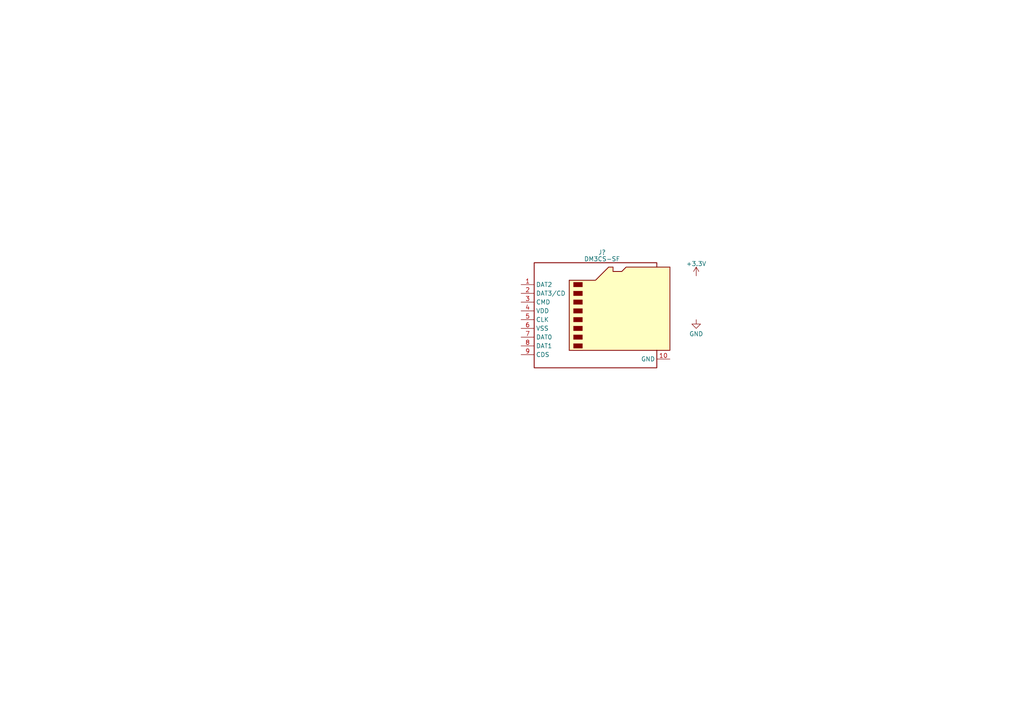
<source format=kicad_sch>
(kicad_sch (version 20230121) (generator eeschema)
  (paper "A4")
  (lib_symbols
    (symbol "0.Project:DM3CS-SF"
      (property "Reference" "J" (at 0 0 0))
      (property "Value" "DM3CS-SF" (at 0 0 0))
      (symbol "DM3CS-SF_0_1"
        (polyline (pts (xy 0 -1.27) (xy 0 0) (xy 35.56 0) (xy 35.56 -30.48) (xy 0 -30.48) (xy 0 -25.4)) (stroke (width 0.254)))
        (polyline (pts (xy 25.4 -25.4) (xy 25.4 -5.08) (xy 17.78 -5.08) (xy 13.97 -1.27) (xy 12.7 -1.27) (xy 12.7 -2.54) (xy 10.16 -2.54) (xy 8.89 -1.27) (xy -3.81 -1.27) (xy -3.81 -25.4) (xy 25.4 -25.4)) (stroke (width 0.254)) (fill (type background)))
        (rectangle (start 21.59 -24.765) (end 24.13 -23.495) (fill (type outline)))
        (rectangle (start 21.59 -22.225) (end 24.13 -20.955) (fill (type outline)))
        (rectangle (start 21.59 -19.685) (end 24.13 -18.415) (fill (type outline)))
        (rectangle (start 21.59 -17.145) (end 24.13 -15.875) (fill (type outline)))
        (rectangle (start 21.59 -14.605) (end 24.13 -13.335) (fill (type outline)))
        (rectangle (start 21.59 -12.065) (end 24.13 -10.795) (fill (type outline)))
        (rectangle (start 21.59 -9.525) (end 24.13 -8.255) (fill (type outline)))
        (rectangle (start 21.59 -6.985) (end 24.13 -5.715) (fill (type outline)))
        (pin unspecified line (at 39.37 -26.67 180) (length 3.81) (name "CDS") (number "9"))
      )
      (symbol "DM3CS-SF_1_1"
        (pin bidirectional line (at 39.37 -6.35 180) (length 3.81) (name "DAT2") (number "1"))
        (pin power_out line (at -3.81 -27.94 0) (length 3.81) (name "GND") (number "10"))
        (pin power_out line (at -3.81 -27.94 0) (length 3.81) hide (name "GND") (number "11"))
        (pin power_out line (at -3.81 -27.94 0) (length 3.81) hide (name "GND") (number "12"))
        (pin power_out line (at -3.81 -27.94 0) (length 3.81) hide (name "GND") (number "13"))
        (pin bidirectional line (at 39.37 -8.89 180) (length 3.81) (name "DAT3/CD") (number "2"))
        (pin input line (at 39.37 -11.43 180) (length 3.81) (name "CMD") (number "3"))
        (pin power_in line (at 39.37 -13.97 180) (length 3.81) (name "VDD") (number "4"))
        (pin input line (at 39.37 -16.51 180) (length 3.81) (name "CLK") (number "5"))
        (pin power_in line (at 39.37 -19.05 180) (length 3.81) (name "VSS") (number "6"))
        (pin bidirectional line (at 39.37 -21.59 180) (length 3.81) (name "DAT0") (number "7"))
        (pin bidirectional line (at 39.37 -24.13 180) (length 3.81) (name "DAT1") (number "8"))
      )
    )
    (symbol "power:+3.3V" (power) (pin_names (offset 0))
      (property "Value" "+3.3V" (at 0 3.556 0))
      (symbol "+3.3V_0_1"
        (polyline (pts (xy -0.762 1.27) (xy 0 2.54)))
        (polyline (pts (xy 0 0) (xy 0 2.54)))
        (polyline (pts (xy 0 2.54) (xy 0.762 1.27)))
      )
      (symbol "+3.3V_1_1"
        (pin power_in line (at 0 0 90) (length 0) hide (name "+3.3V") (number "1"))
      )
    )
    (symbol "power:GND" (power) (pin_names (offset 0))
      (property "Value" "GND" (at 0 -3.81 0))
      (symbol "GND_0_1"
        (polyline (pts (xy 0 0) (xy 0 -1.27) (xy 1.27 -1.27) (xy 0 -2.54) (xy -1.27 -1.27) (xy 0 -1.27)))
      )
      (symbol "GND_1_1"
        (pin power_in line (at 0 0 270) (length 0) hide (name "GND") (number "1"))
      )
    )
  )
  (symbol (lib_id "0.Project:DM3CS-SF") (at 190.5 76.2 0) (mirror y) (unit 1)
    (property "Reference" "J?" (at 174.625 73.1901 0))
    (property "Value" "DM3CS-SF" (at 174.625 75.1111 0))
    (property "Footprint" "0.Project:DM3CS-SF" (effects hide))
    (property "Datasheet" "https://www.hirose.com/product/document?clcode=CL0609-0033-6-00&productname=DM3AT-SF-PEJ2M5&series=DM3&documenttype=Catalog&lang=en&documentid=D49662_en" (effects hide))
    (instances (project "dlpSAT" (path "" (reference "J?") (unit 1)) (path "" (reference "J1") (unit 1))))
  )
  (symbol (lib_id "power:+3.3V") (at 201.93 80.01 0) (unit 1)
    (property "Reference" "#PWR02" (effects hide))
    (property "Value" "+3.3V" (at 201.93 76.5081 0))
    (instances (project "dlpSAT" (path "" (reference "#PWR02") (unit 1)) (path "" (reference "#PWR08") (unit 1))))
  )
  (symbol (lib_id "power:GND") (at 201.93 92.71 0) (unit 1)
    (property "Reference" "#PWR05" (effects hide))
    (property "Value" "GND" (at 201.93 96.8455 0))
    (instances (project "dlpSAT" (path "" (reference "#PWR05") (unit 1)) (path "" (reference "#PWR09") (unit 1))))
  )
)
</source>
